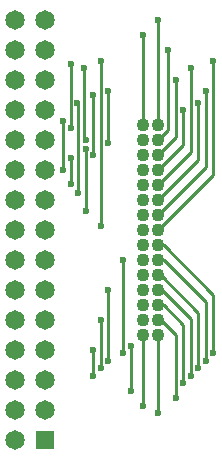
<source format=gbl>
G04 Layer_Physical_Order=2*
G04 Layer_Color=16711680*
%FSLAX25Y25*%
%MOIN*%
G70*
G01*
G75*
%ADD10C,0.01000*%
%ADD11C,0.04331*%
%ADD12R,0.06496X0.06496*%
%ADD13C,0.06496*%
%ADD14C,0.02362*%
D10*
X82500Y37500D02*
Y57000D01*
X66000Y73500D02*
X82500Y57000D01*
X64000Y73500D02*
X66000D01*
X64000Y17500D02*
Y43500D01*
X59000Y20000D02*
Y43500D01*
X70000Y22500D02*
Y43500D01*
X65000Y48500D02*
X70000Y43500D01*
X64000Y48500D02*
X65000D01*
X64000Y53500D02*
X66000D01*
X72500Y47000D01*
Y27500D02*
Y47000D01*
X55000Y25000D02*
Y40000D01*
X75000Y30000D02*
Y49000D01*
X65500Y58500D02*
X75000Y49000D01*
X64000Y58500D02*
X65500D01*
X42500Y30000D02*
Y38500D01*
X77500Y32500D02*
Y51000D01*
X65000Y63500D02*
X77500Y51000D01*
X64000Y63500D02*
X65000D01*
X45000Y32500D02*
Y48500D01*
X80000Y35000D02*
Y54500D01*
X66000Y68500D02*
X80000Y54500D01*
X64000Y68500D02*
X66000D01*
X47500Y35000D02*
Y58500D01*
X52500Y37500D02*
Y68500D01*
X64000Y78500D02*
X82500Y97000D01*
Y135000D01*
X45000Y80000D02*
Y135000D01*
X64000Y83500D02*
X80000Y99500D01*
Y125000D01*
X47500Y107500D02*
Y125000D01*
X40000Y85000D02*
Y105500D01*
X64000Y88500D02*
X77500Y102000D01*
Y121000D01*
X37319D02*
X37500Y120819D01*
Y91000D02*
Y120819D01*
X35000Y94000D02*
Y102500D01*
X32500Y98500D02*
Y115000D01*
X42500Y103500D02*
Y123500D01*
X35000Y112500D02*
Y134000D01*
X64000Y93500D02*
X75000Y104500D01*
Y132500D01*
X39500Y109000D02*
Y132500D01*
Y109000D02*
X40000Y108500D01*
X64000Y98500D02*
X72500Y107000D01*
Y118500D01*
X64000Y103500D02*
X70000Y109500D01*
Y128500D01*
X64000Y108500D02*
X67500Y112000D01*
Y138500D01*
X59000Y113500D02*
Y143500D01*
X64000Y113500D02*
Y148500D01*
D11*
X59000Y113500D02*
D03*
X64000D02*
D03*
X59000Y108500D02*
D03*
X64000D02*
D03*
X59000Y103500D02*
D03*
X64000D02*
D03*
X59000Y98500D02*
D03*
X64000D02*
D03*
X59000Y93500D02*
D03*
X64000D02*
D03*
X59000Y88500D02*
D03*
X64000D02*
D03*
X59000Y83500D02*
D03*
X64000D02*
D03*
X59000Y78500D02*
D03*
X64000D02*
D03*
X59000Y73500D02*
D03*
X64000D02*
D03*
X59000Y68500D02*
D03*
X64000D02*
D03*
X59000Y63500D02*
D03*
X64000D02*
D03*
X59000Y58500D02*
D03*
X64000D02*
D03*
X59000Y53500D02*
D03*
X64000D02*
D03*
X59000Y48500D02*
D03*
X64000D02*
D03*
X59000Y43500D02*
D03*
X64000D02*
D03*
D12*
X26500Y8500D02*
D03*
D13*
X16500D02*
D03*
X26500Y18500D02*
D03*
X16500D02*
D03*
X26500Y28500D02*
D03*
X16500D02*
D03*
X26500Y38500D02*
D03*
X16500D02*
D03*
X26500Y48500D02*
D03*
X16500D02*
D03*
X26500Y58500D02*
D03*
X16500D02*
D03*
X26500Y68500D02*
D03*
X16500D02*
D03*
X26500Y78500D02*
D03*
X16500D02*
D03*
X26500Y88500D02*
D03*
X16500D02*
D03*
X26500Y98500D02*
D03*
X16500D02*
D03*
X26500Y108500D02*
D03*
X16500D02*
D03*
X26500Y118500D02*
D03*
X16500D02*
D03*
X26500Y128500D02*
D03*
X16500D02*
D03*
X26500Y138500D02*
D03*
X16500D02*
D03*
X26500Y148500D02*
D03*
X16500D02*
D03*
D14*
X64000Y17500D02*
D03*
X59000Y20000D02*
D03*
X70000Y22500D02*
D03*
X72500Y27500D02*
D03*
X55000Y25000D02*
D03*
Y40000D02*
D03*
X75000Y30000D02*
D03*
X42500D02*
D03*
Y38500D02*
D03*
X77500Y32500D02*
D03*
X45000D02*
D03*
Y48500D02*
D03*
X80000Y35000D02*
D03*
X47500D02*
D03*
Y58500D02*
D03*
X82500Y37500D02*
D03*
X52500D02*
D03*
Y68500D02*
D03*
X82500Y135000D02*
D03*
X45000D02*
D03*
Y80000D02*
D03*
X80000Y125000D02*
D03*
X47500D02*
D03*
Y107500D02*
D03*
X40000Y105500D02*
D03*
Y85000D02*
D03*
X77500Y121000D02*
D03*
X37319D02*
D03*
X37500Y91000D02*
D03*
X35000Y94000D02*
D03*
Y102500D02*
D03*
X32500Y98500D02*
D03*
Y115000D02*
D03*
X42500Y103500D02*
D03*
Y123500D02*
D03*
X35000Y112500D02*
D03*
Y134000D02*
D03*
X75000Y132500D02*
D03*
X39500D02*
D03*
X40000Y108500D02*
D03*
X72500Y118500D02*
D03*
X70000Y128500D02*
D03*
X67500Y138500D02*
D03*
X59000Y143500D02*
D03*
X64000Y148500D02*
D03*
M02*

</source>
